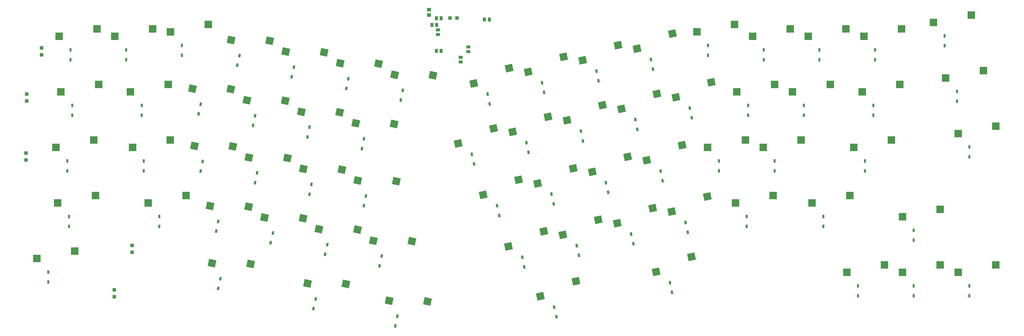
<source format=gbr>
%TF.GenerationSoftware,KiCad,Pcbnew,6.0.2+dfsg-1*%
%TF.CreationDate,2022-10-18T12:18:01-04:00*%
%TF.ProjectId,main-keyboard-pcb,6d61696e-2d6b-4657-9962-6f6172642d70,1.0*%
%TF.SameCoordinates,Original*%
%TF.FileFunction,Paste,Bot*%
%TF.FilePolarity,Positive*%
%FSLAX46Y46*%
G04 Gerber Fmt 4.6, Leading zero omitted, Abs format (unit mm)*
G04 Created by KiCad (PCBNEW 6.0.2+dfsg-1) date 2022-10-18 12:18:01*
%MOMM*%
%LPD*%
G01*
G04 APERTURE LIST*
G04 Aperture macros list*
%AMRotRect*
0 Rectangle, with rotation*
0 The origin of the aperture is its center*
0 $1 length*
0 $2 width*
0 $3 Rotation angle, in degrees counterclockwise*
0 Add horizontal line*
21,1,$1,$2,0,0,$3*%
G04 Aperture macros list end*
%ADD10R,2.550000X2.500000*%
%ADD11RotRect,2.550000X2.500000X348.000000*%
%ADD12RotRect,2.550000X2.500000X12.000000*%
%ADD13RotRect,0.750000X1.200000X348.000000*%
%ADD14RotRect,0.750000X1.200000X12.000000*%
%ADD15R,0.750000X1.200000*%
%ADD16R,1.150000X1.150000*%
%ADD17R,1.020000X1.470000*%
%ADD18R,1.470000X1.020000*%
%ADD19R,1.450000X1.150000*%
G04 APERTURE END LIST*
D10*
%TO.C,SW52*%
X288711650Y-112103633D03*
X301638650Y-109563633D03*
%TD*%
D11*
%TO.C,SW16*%
X121020628Y-114970649D03*
X134193238Y-115173828D03*
%TD*%
%TO.C,SW20*%
X139654338Y-118931376D03*
X152826948Y-119134555D03*
%TD*%
D12*
%TO.C,SW44*%
X257831272Y-135559615D03*
X269947691Y-130387446D03*
%TD*%
%TO.C,SW42*%
X235934667Y-101262682D03*
X248051086Y-96090513D03*
%TD*%
%TO.C,SW47*%
X254568378Y-97301964D03*
X266684797Y-92129795D03*
%TD*%
D10*
%TO.C,SW58*%
X326326599Y-174016136D03*
X339253599Y-171476136D03*
%TD*%
%TO.C,SW1*%
X56791650Y-93053633D03*
X69718650Y-90513633D03*
%TD*%
%TO.C,SW3*%
X55707900Y-131153633D03*
X68634900Y-128613633D03*
%TD*%
%TO.C,SW10*%
X94891650Y-91553248D03*
X107818650Y-89013248D03*
%TD*%
D12*
%TO.C,SW31*%
X201930137Y-147441768D03*
X214046556Y-142269599D03*
%TD*%
D11*
%TO.C,SW27*%
X164341796Y-163130065D03*
X177514406Y-163333244D03*
%TD*%
D12*
%TO.C,SW38*%
X217300955Y-105223399D03*
X229417374Y-100051230D03*
%TD*%
%TO.C,SW40*%
X239197560Y-139520333D03*
X251313979Y-134348164D03*
%TD*%
%TO.C,SW39*%
X230578439Y-121876781D03*
X242694858Y-116704612D03*
%TD*%
D10*
%TO.C,SW57*%
X328707900Y-131153633D03*
X341634900Y-128613633D03*
%TD*%
%TO.C,SW62*%
X345376599Y-174016136D03*
X358303599Y-171476136D03*
%TD*%
D12*
%TO.C,SW30*%
X193311016Y-129798216D03*
X205427435Y-124626047D03*
%TD*%
D11*
%TO.C,SW23*%
X141747359Y-177803025D03*
X154919969Y-178006205D03*
%TD*%
D10*
%TO.C,SW9*%
X87251650Y-150203633D03*
X100178650Y-147663633D03*
%TD*%
%TO.C,SW60*%
X331581650Y-112103633D03*
X344508650Y-109563633D03*
%TD*%
%TO.C,SW2*%
X57391650Y-112103633D03*
X70318650Y-109563633D03*
%TD*%
D12*
%TO.C,SW43*%
X249212151Y-117916063D03*
X261328570Y-112743894D03*
%TD*%
%TO.C,SW34*%
X211944727Y-125837498D03*
X224061146Y-120665329D03*
%TD*%
D10*
%TO.C,SW67*%
X364426599Y-174016136D03*
X377353599Y-171476136D03*
%TD*%
D11*
%TO.C,SW22*%
X145708086Y-159169338D03*
X158880696Y-159372517D03*
%TD*%
%TO.C,SW18*%
X127074377Y-155208611D03*
X140246987Y-155411790D03*
%TD*%
%TO.C,SW25*%
X158288048Y-122892103D03*
X171460658Y-123095282D03*
%TD*%
D10*
%TO.C,SW7*%
X81201650Y-112103633D03*
X94128650Y-109563633D03*
%TD*%
D12*
%TO.C,SW41*%
X247816681Y-157163885D03*
X259933100Y-151991716D03*
%TD*%
D11*
%TO.C,SW14*%
X109138368Y-170871773D03*
X122310978Y-171074952D03*
%TD*%
D12*
%TO.C,SW36*%
X229182970Y-161124602D03*
X241299389Y-155952433D03*
%TD*%
D10*
%TO.C,SW51*%
X275021650Y-91553248D03*
X287948650Y-89013248D03*
%TD*%
%TO.C,SW54*%
X314420419Y-150203631D03*
X327347419Y-147663631D03*
%TD*%
%TO.C,SW63*%
X332171650Y-93053633D03*
X345098650Y-90513633D03*
%TD*%
D11*
%TO.C,SW19*%
X134298287Y-98317298D03*
X147470897Y-98520477D03*
%TD*%
D10*
%TO.C,SW55*%
X294071650Y-93053633D03*
X306998650Y-90513633D03*
%TD*%
%TO.C,SW53*%
X297751650Y-131153633D03*
X310678650Y-128613633D03*
%TD*%
%TO.C,SW50*%
X288226669Y-150203631D03*
X301153669Y-147663631D03*
%TD*%
D11*
%TO.C,SW28*%
X169697933Y-183744094D03*
X182870543Y-183947273D03*
%TD*%
D12*
%TO.C,SW45*%
X266450393Y-153203167D03*
X278566812Y-148030998D03*
%TD*%
D10*
%TO.C,SW49*%
X278701650Y-131153633D03*
X291628650Y-128613633D03*
%TD*%
%TO.C,SW5*%
X49161650Y-169253633D03*
X62088650Y-166713633D03*
%TD*%
%TO.C,SW61*%
X345376599Y-154966136D03*
X358303599Y-152426136D03*
%TD*%
%TO.C,SW8*%
X81901650Y-131153633D03*
X94828650Y-128613633D03*
%TD*%
D11*
%TO.C,SW26*%
X158985715Y-142515997D03*
X172158325Y-142719176D03*
%TD*%
D12*
%TO.C,SW37*%
X221497644Y-182233730D03*
X233614062Y-177061561D03*
%TD*%
D11*
%TO.C,SW13*%
X108440667Y-151247885D03*
X121613277Y-151451064D03*
%TD*%
D10*
%TO.C,SW59*%
X313121650Y-93053633D03*
X326048650Y-90513633D03*
%TD*%
%TO.C,SW66*%
X364426599Y-126391152D03*
X377353599Y-123851152D03*
%TD*%
%TO.C,SW4*%
X56295400Y-150203633D03*
X69222400Y-147663633D03*
%TD*%
D11*
%TO.C,SW11*%
X102386918Y-111009923D03*
X115559528Y-111213102D03*
%TD*%
%TO.C,SW21*%
X140352005Y-138555270D03*
X153524615Y-138758449D03*
%TD*%
D10*
%TO.C,SW65*%
X360156650Y-107341149D03*
X373083650Y-104801149D03*
%TD*%
D12*
%TO.C,SW32*%
X210549258Y-165085320D03*
X222665677Y-159913151D03*
%TD*%
D11*
%TO.C,SW12*%
X103084585Y-130633816D03*
X116257195Y-130836995D03*
%TD*%
D10*
%TO.C,SW64*%
X355984192Y-88291142D03*
X368911192Y-85751142D03*
%TD*%
D12*
%TO.C,SW46*%
X261094280Y-173817218D03*
X273210699Y-168645049D03*
%TD*%
D11*
%TO.C,SW17*%
X121718295Y-134594543D03*
X134890905Y-134797722D03*
%TD*%
D12*
%TO.C,SW35*%
X220563848Y-143481050D03*
X232680267Y-138308881D03*
%TD*%
%TO.C,SW48*%
X267845863Y-113955345D03*
X279962282Y-108783176D03*
%TD*%
D11*
%TO.C,SW29*%
X171565711Y-106238733D03*
X184738321Y-106441912D03*
%TD*%
D10*
%TO.C,SW56*%
X307761650Y-112103633D03*
X320688650Y-109563633D03*
%TD*%
D11*
%TO.C,SW24*%
X152931999Y-102278016D03*
X166104609Y-102481195D03*
%TD*%
%TO.C,SW15*%
X115664576Y-94356580D03*
X128837186Y-94559759D03*
%TD*%
D12*
%TO.C,SW33*%
X198667243Y-109184117D03*
X210783662Y-104011948D03*
%TD*%
D10*
%TO.C,SW6*%
X75841650Y-93053633D03*
X88768650Y-90513633D03*
%TD*%
D13*
%TO.C,D25*%
X160400181Y-131535288D03*
X161107081Y-128209586D03*
%TD*%
D14*
%TO.C,D46*%
X266536802Y-180855010D03*
X265829902Y-177529308D03*
%TD*%
D15*
%TO.C,D59*%
X316981650Y-101068633D03*
X316981650Y-97668633D03*
%TD*%
D13*
%TO.C,D13*%
X110552800Y-159891070D03*
X111259700Y-156565368D03*
%TD*%
D15*
%TO.C,D7*%
X85061650Y-120118633D03*
X85061650Y-116718633D03*
%TD*%
D13*
%TO.C,D18*%
X129186510Y-163851796D03*
X129893410Y-160526094D03*
%TD*%
D16*
%TO.C,R11*%
X45720000Y-115221000D03*
X45720000Y-112871000D03*
%TD*%
D15*
%TO.C,D2*%
X61251650Y-120118633D03*
X61251650Y-116718633D03*
%TD*%
D13*
%TO.C,D26*%
X161097848Y-151159182D03*
X161804748Y-147833480D03*
%TD*%
D16*
%TO.C,R14*%
X75692000Y-182372000D03*
X75692000Y-180022000D03*
%TD*%
D15*
%TO.C,D67*%
X368286599Y-182031136D03*
X368286599Y-178631136D03*
%TD*%
D14*
%TO.C,D41*%
X253259188Y-164201680D03*
X252552288Y-160875978D03*
%TD*%
D17*
%TO.C,C14*%
X185890000Y-86868000D03*
X187490000Y-86868000D03*
%TD*%
D15*
%TO.C,D57*%
X332567900Y-139168633D03*
X332567900Y-135768633D03*
%TD*%
D13*
%TO.C,D16*%
X123132761Y-123613834D03*
X123839661Y-120288132D03*
%TD*%
D16*
%TO.C,R13*%
X81788000Y-167132000D03*
X81788000Y-164782000D03*
%TD*%
D13*
%TO.C,D17*%
X123830428Y-143237728D03*
X124537328Y-139912026D03*
%TD*%
D15*
%TO.C,D8*%
X85761650Y-139168633D03*
X85761650Y-135768633D03*
%TD*%
D14*
%TO.C,D36*%
X234625477Y-168162397D03*
X233918577Y-164836695D03*
%TD*%
D15*
%TO.C,D64*%
X359844192Y-96306142D03*
X359844192Y-92906142D03*
%TD*%
D13*
%TO.C,D29*%
X173677844Y-114881918D03*
X174384744Y-111556216D03*
%TD*%
D15*
%TO.C,D62*%
X349236599Y-182031136D03*
X349236599Y-178631136D03*
%TD*%
D14*
%TO.C,D33*%
X204109750Y-116221912D03*
X203402850Y-112896210D03*
%TD*%
D13*
%TO.C,D12*%
X105196718Y-139277001D03*
X105903618Y-135951299D03*
%TD*%
D14*
%TO.C,D45*%
X271892900Y-160240962D03*
X271186000Y-156915260D03*
%TD*%
D13*
%TO.C,D23*%
X143859493Y-186446233D03*
X144566393Y-183120531D03*
%TD*%
D18*
%TO.C,C1*%
X194170000Y-101866000D03*
X194170000Y-100246000D03*
%TD*%
D16*
%TO.C,R1*%
X190575000Y-86750000D03*
X192925000Y-86750000D03*
%TD*%
D13*
%TO.C,D15*%
X117776709Y-102999765D03*
X118483609Y-99674063D03*
%TD*%
D17*
%TO.C,C4*%
X202360000Y-87306000D03*
X203980000Y-87306000D03*
%TD*%
D15*
%TO.C,D51*%
X278881650Y-99568248D03*
X278881650Y-96168248D03*
%TD*%
D13*
%TO.C,D11*%
X104499051Y-119653108D03*
X105205951Y-116327406D03*
%TD*%
D14*
%TO.C,D42*%
X241377174Y-108300477D03*
X240670274Y-104974775D03*
%TD*%
D15*
%TO.C,D49*%
X282561650Y-139168633D03*
X282561650Y-135768633D03*
%TD*%
D14*
%TO.C,D40*%
X244640067Y-146558128D03*
X243933167Y-143232426D03*
%TD*%
%TO.C,D34*%
X217387234Y-132875293D03*
X216680334Y-129549591D03*
%TD*%
%TO.C,D32*%
X215991765Y-172123115D03*
X215284865Y-168797413D03*
%TD*%
D15*
%TO.C,D65*%
X364016650Y-115356149D03*
X364016650Y-111956149D03*
%TD*%
D18*
%TO.C,C6*%
X186436000Y-92494000D03*
X186436000Y-90894000D03*
%TD*%
D13*
%TO.C,D19*%
X136410420Y-106960483D03*
X137117320Y-103634781D03*
%TD*%
D14*
%TO.C,D30*%
X198753523Y-136836011D03*
X198046623Y-133510309D03*
%TD*%
D15*
%TO.C,D56*%
X311621650Y-120118633D03*
X311621650Y-116718633D03*
%TD*%
%TO.C,D4*%
X60155400Y-158218633D03*
X60155400Y-154818633D03*
%TD*%
%TO.C,D55*%
X297931650Y-101068633D03*
X297931650Y-97668633D03*
%TD*%
D14*
%TO.C,D37*%
X226940166Y-189271522D03*
X226233266Y-185945820D03*
%TD*%
D13*
%TO.C,D28*%
X171810066Y-192387279D03*
X172516966Y-189061577D03*
%TD*%
D15*
%TO.C,D54*%
X318280419Y-158218631D03*
X318280419Y-154818631D03*
%TD*%
D13*
%TO.C,D27*%
X166453929Y-171773250D03*
X167160829Y-168447548D03*
%TD*%
D15*
%TO.C,D5*%
X53021650Y-177268633D03*
X53021650Y-173868633D03*
%TD*%
D14*
%TO.C,D38*%
X222743462Y-112261194D03*
X222036562Y-108935492D03*
%TD*%
%TO.C,D31*%
X207372644Y-154479563D03*
X206665744Y-151153861D03*
%TD*%
D13*
%TO.C,D22*%
X147820219Y-167812523D03*
X148527119Y-164486821D03*
%TD*%
D14*
%TO.C,D43*%
X254654658Y-124953858D03*
X253947758Y-121628156D03*
%TD*%
%TO.C,D48*%
X273288370Y-120993140D03*
X272581470Y-117667438D03*
%TD*%
D13*
%TO.C,D14*%
X111250501Y-179514958D03*
X111957401Y-176189256D03*
%TD*%
D15*
%TO.C,D52*%
X292571650Y-120118633D03*
X292571650Y-116718633D03*
%TD*%
D13*
%TO.C,D24*%
X155044132Y-110921201D03*
X155751032Y-107595499D03*
%TD*%
D15*
%TO.C,D6*%
X79701650Y-101068633D03*
X79701650Y-97668633D03*
%TD*%
D16*
%TO.C,R12*%
X45466000Y-135446000D03*
X45466000Y-133096000D03*
%TD*%
D15*
%TO.C,D9*%
X91111650Y-158218633D03*
X91111650Y-154818633D03*
%TD*%
D16*
%TO.C,R10*%
X50800000Y-99378000D03*
X50800000Y-97028000D03*
%TD*%
D15*
%TO.C,D3*%
X59567900Y-139168633D03*
X59567900Y-135768633D03*
%TD*%
D14*
%TO.C,D39*%
X236020946Y-128914576D03*
X235314046Y-125588874D03*
%TD*%
D15*
%TO.C,D61*%
X349236599Y-162981136D03*
X349236599Y-159581136D03*
%TD*%
%TO.C,D66*%
X368286599Y-134406152D03*
X368286599Y-131006152D03*
%TD*%
%TO.C,D60*%
X335441650Y-120118633D03*
X335441650Y-116718633D03*
%TD*%
%TO.C,D58*%
X330186599Y-182031136D03*
X330186599Y-178631136D03*
%TD*%
%TO.C,D50*%
X292086669Y-158218631D03*
X292086669Y-154818631D03*
%TD*%
D19*
%TO.C,C2*%
X183388000Y-85736000D03*
X183388000Y-83936000D03*
%TD*%
D18*
%TO.C,C11*%
X196850000Y-98336000D03*
X196850000Y-96736000D03*
%TD*%
D15*
%TO.C,D63*%
X336031650Y-101068633D03*
X336031650Y-97668633D03*
%TD*%
%TO.C,D10*%
X98751650Y-99568248D03*
X98751650Y-96168248D03*
%TD*%
D14*
%TO.C,D47*%
X260010885Y-104339759D03*
X259303985Y-101014057D03*
%TD*%
%TO.C,D35*%
X226006355Y-150518845D03*
X225299455Y-147193143D03*
%TD*%
%TO.C,D44*%
X263273779Y-142597410D03*
X262566879Y-139271708D03*
%TD*%
D17*
%TO.C,C10*%
X187528000Y-98044000D03*
X185928000Y-98044000D03*
%TD*%
D13*
%TO.C,D20*%
X141766471Y-127574561D03*
X142473371Y-124248859D03*
%TD*%
D15*
%TO.C,D1*%
X60651650Y-101068633D03*
X60651650Y-97668633D03*
%TD*%
D13*
%TO.C,D21*%
X142464138Y-147198455D03*
X143171038Y-143872753D03*
%TD*%
D15*
%TO.C,D53*%
X301611650Y-139168633D03*
X301611650Y-135768633D03*
%TD*%
D17*
%TO.C,C5*%
X184366000Y-89154000D03*
X185966000Y-89154000D03*
%TD*%
M02*

</source>
